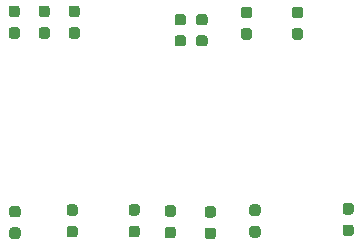
<source format=gbr>
%TF.GenerationSoftware,KiCad,Pcbnew,(5.1.9)-1*%
%TF.CreationDate,2021-02-26T14:18:11+09:00*%
%TF.ProjectId,diesel-heater-esp32,64696573-656c-42d6-9865-617465722d65,rev?*%
%TF.SameCoordinates,Original*%
%TF.FileFunction,Paste,Top*%
%TF.FilePolarity,Positive*%
%FSLAX46Y46*%
G04 Gerber Fmt 4.6, Leading zero omitted, Abs format (unit mm)*
G04 Created by KiCad (PCBNEW (5.1.9)-1) date 2021-02-26 14:18:11*
%MOMM*%
%LPD*%
G01*
G04 APERTURE LIST*
G04 APERTURE END LIST*
%TO.C,R1*%
G36*
G01*
X125922500Y-84505000D02*
X126397500Y-84505000D01*
G75*
G02*
X126635000Y-84742500I0J-237500D01*
G01*
X126635000Y-85242500D01*
G75*
G02*
X126397500Y-85480000I-237500J0D01*
G01*
X125922500Y-85480000D01*
G75*
G02*
X125685000Y-85242500I0J237500D01*
G01*
X125685000Y-84742500D01*
G75*
G02*
X125922500Y-84505000I237500J0D01*
G01*
G37*
G36*
G01*
X125922500Y-82680000D02*
X126397500Y-82680000D01*
G75*
G02*
X126635000Y-82917500I0J-237500D01*
G01*
X126635000Y-83417500D01*
G75*
G02*
X126397500Y-83655000I-237500J0D01*
G01*
X125922500Y-83655000D01*
G75*
G02*
X125685000Y-83417500I0J237500D01*
G01*
X125685000Y-82917500D01*
G75*
G02*
X125922500Y-82680000I237500J0D01*
G01*
G37*
%TD*%
%TO.C,R2*%
G36*
G01*
X128462500Y-82680000D02*
X128937500Y-82680000D01*
G75*
G02*
X129175000Y-82917500I0J-237500D01*
G01*
X129175000Y-83417500D01*
G75*
G02*
X128937500Y-83655000I-237500J0D01*
G01*
X128462500Y-83655000D01*
G75*
G02*
X128225000Y-83417500I0J237500D01*
G01*
X128225000Y-82917500D01*
G75*
G02*
X128462500Y-82680000I237500J0D01*
G01*
G37*
G36*
G01*
X128462500Y-84505000D02*
X128937500Y-84505000D01*
G75*
G02*
X129175000Y-84742500I0J-237500D01*
G01*
X129175000Y-85242500D01*
G75*
G02*
X128937500Y-85480000I-237500J0D01*
G01*
X128462500Y-85480000D01*
G75*
G02*
X128225000Y-85242500I0J237500D01*
G01*
X128225000Y-84742500D01*
G75*
G02*
X128462500Y-84505000I237500J0D01*
G01*
G37*
%TD*%
%TO.C,R3*%
G36*
G01*
X131002500Y-84505000D02*
X131477500Y-84505000D01*
G75*
G02*
X131715000Y-84742500I0J-237500D01*
G01*
X131715000Y-85242500D01*
G75*
G02*
X131477500Y-85480000I-237500J0D01*
G01*
X131002500Y-85480000D01*
G75*
G02*
X130765000Y-85242500I0J237500D01*
G01*
X130765000Y-84742500D01*
G75*
G02*
X131002500Y-84505000I237500J0D01*
G01*
G37*
G36*
G01*
X131002500Y-82680000D02*
X131477500Y-82680000D01*
G75*
G02*
X131715000Y-82917500I0J-237500D01*
G01*
X131715000Y-83417500D01*
G75*
G02*
X131477500Y-83655000I-237500J0D01*
G01*
X131002500Y-83655000D01*
G75*
G02*
X130765000Y-83417500I0J237500D01*
G01*
X130765000Y-82917500D01*
G75*
G02*
X131002500Y-82680000I237500J0D01*
G01*
G37*
%TD*%
%TO.C,R4*%
G36*
G01*
X131297500Y-102300000D02*
X130822500Y-102300000D01*
G75*
G02*
X130585000Y-102062500I0J237500D01*
G01*
X130585000Y-101562500D01*
G75*
G02*
X130822500Y-101325000I237500J0D01*
G01*
X131297500Y-101325000D01*
G75*
G02*
X131535000Y-101562500I0J-237500D01*
G01*
X131535000Y-102062500D01*
G75*
G02*
X131297500Y-102300000I-237500J0D01*
G01*
G37*
G36*
G01*
X131297500Y-100475000D02*
X130822500Y-100475000D01*
G75*
G02*
X130585000Y-100237500I0J237500D01*
G01*
X130585000Y-99737500D01*
G75*
G02*
X130822500Y-99500000I237500J0D01*
G01*
X131297500Y-99500000D01*
G75*
G02*
X131535000Y-99737500I0J-237500D01*
G01*
X131535000Y-100237500D01*
G75*
G02*
X131297500Y-100475000I-237500J0D01*
G01*
G37*
%TD*%
%TO.C,R5*%
G36*
G01*
X141555000Y-84107500D02*
X141555000Y-83632500D01*
G75*
G02*
X141792500Y-83395000I237500J0D01*
G01*
X142292500Y-83395000D01*
G75*
G02*
X142530000Y-83632500I0J-237500D01*
G01*
X142530000Y-84107500D01*
G75*
G02*
X142292500Y-84345000I-237500J0D01*
G01*
X141792500Y-84345000D01*
G75*
G02*
X141555000Y-84107500I0J237500D01*
G01*
G37*
G36*
G01*
X139730000Y-84107500D02*
X139730000Y-83632500D01*
G75*
G02*
X139967500Y-83395000I237500J0D01*
G01*
X140467500Y-83395000D01*
G75*
G02*
X140705000Y-83632500I0J-237500D01*
G01*
X140705000Y-84107500D01*
G75*
G02*
X140467500Y-84345000I-237500J0D01*
G01*
X139967500Y-84345000D01*
G75*
G02*
X139730000Y-84107500I0J237500D01*
G01*
G37*
%TD*%
%TO.C,R6*%
G36*
G01*
X142530000Y-85422500D02*
X142530000Y-85897500D01*
G75*
G02*
X142292500Y-86135000I-237500J0D01*
G01*
X141792500Y-86135000D01*
G75*
G02*
X141555000Y-85897500I0J237500D01*
G01*
X141555000Y-85422500D01*
G75*
G02*
X141792500Y-85185000I237500J0D01*
G01*
X142292500Y-85185000D01*
G75*
G02*
X142530000Y-85422500I0J-237500D01*
G01*
G37*
G36*
G01*
X140705000Y-85422500D02*
X140705000Y-85897500D01*
G75*
G02*
X140467500Y-86135000I-237500J0D01*
G01*
X139967500Y-86135000D01*
G75*
G02*
X139730000Y-85897500I0J237500D01*
G01*
X139730000Y-85422500D01*
G75*
G02*
X139967500Y-85185000I237500J0D01*
G01*
X140467500Y-85185000D01*
G75*
G02*
X140705000Y-85422500I0J-237500D01*
G01*
G37*
%TD*%
%TO.C,R7*%
G36*
G01*
X154192500Y-101215000D02*
X154667500Y-101215000D01*
G75*
G02*
X154905000Y-101452500I0J-237500D01*
G01*
X154905000Y-101952500D01*
G75*
G02*
X154667500Y-102190000I-237500J0D01*
G01*
X154192500Y-102190000D01*
G75*
G02*
X153955000Y-101952500I0J237500D01*
G01*
X153955000Y-101452500D01*
G75*
G02*
X154192500Y-101215000I237500J0D01*
G01*
G37*
G36*
G01*
X154192500Y-99390000D02*
X154667500Y-99390000D01*
G75*
G02*
X154905000Y-99627500I0J-237500D01*
G01*
X154905000Y-100127500D01*
G75*
G02*
X154667500Y-100365000I-237500J0D01*
G01*
X154192500Y-100365000D01*
G75*
G02*
X153955000Y-100127500I0J237500D01*
G01*
X153955000Y-99627500D01*
G75*
G02*
X154192500Y-99390000I237500J0D01*
G01*
G37*
%TD*%
%TO.C,R8*%
G36*
G01*
X146302500Y-101335000D02*
X146777500Y-101335000D01*
G75*
G02*
X147015000Y-101572500I0J-237500D01*
G01*
X147015000Y-102072500D01*
G75*
G02*
X146777500Y-102310000I-237500J0D01*
G01*
X146302500Y-102310000D01*
G75*
G02*
X146065000Y-102072500I0J237500D01*
G01*
X146065000Y-101572500D01*
G75*
G02*
X146302500Y-101335000I237500J0D01*
G01*
G37*
G36*
G01*
X146302500Y-99510000D02*
X146777500Y-99510000D01*
G75*
G02*
X147015000Y-99747500I0J-237500D01*
G01*
X147015000Y-100247500D01*
G75*
G02*
X146777500Y-100485000I-237500J0D01*
G01*
X146302500Y-100485000D01*
G75*
G02*
X146065000Y-100247500I0J237500D01*
G01*
X146065000Y-99747500D01*
G75*
G02*
X146302500Y-99510000I237500J0D01*
G01*
G37*
%TD*%
%TO.C,R9*%
G36*
G01*
X145582500Y-82760000D02*
X146057500Y-82760000D01*
G75*
G02*
X146295000Y-82997500I0J-237500D01*
G01*
X146295000Y-83497500D01*
G75*
G02*
X146057500Y-83735000I-237500J0D01*
G01*
X145582500Y-83735000D01*
G75*
G02*
X145345000Y-83497500I0J237500D01*
G01*
X145345000Y-82997500D01*
G75*
G02*
X145582500Y-82760000I237500J0D01*
G01*
G37*
G36*
G01*
X145582500Y-84585000D02*
X146057500Y-84585000D01*
G75*
G02*
X146295000Y-84822500I0J-237500D01*
G01*
X146295000Y-85322500D01*
G75*
G02*
X146057500Y-85560000I-237500J0D01*
G01*
X145582500Y-85560000D01*
G75*
G02*
X145345000Y-85322500I0J237500D01*
G01*
X145345000Y-84822500D01*
G75*
G02*
X145582500Y-84585000I237500J0D01*
G01*
G37*
%TD*%
%TO.C,R10*%
G36*
G01*
X149902500Y-84585000D02*
X150377500Y-84585000D01*
G75*
G02*
X150615000Y-84822500I0J-237500D01*
G01*
X150615000Y-85322500D01*
G75*
G02*
X150377500Y-85560000I-237500J0D01*
G01*
X149902500Y-85560000D01*
G75*
G02*
X149665000Y-85322500I0J237500D01*
G01*
X149665000Y-84822500D01*
G75*
G02*
X149902500Y-84585000I237500J0D01*
G01*
G37*
G36*
G01*
X149902500Y-82760000D02*
X150377500Y-82760000D01*
G75*
G02*
X150615000Y-82997500I0J-237500D01*
G01*
X150615000Y-83497500D01*
G75*
G02*
X150377500Y-83735000I-237500J0D01*
G01*
X149902500Y-83735000D01*
G75*
G02*
X149665000Y-83497500I0J237500D01*
G01*
X149665000Y-82997500D01*
G75*
G02*
X149902500Y-82760000I237500J0D01*
G01*
G37*
%TD*%
%TO.C,R11*%
G36*
G01*
X142997500Y-102450000D02*
X142522500Y-102450000D01*
G75*
G02*
X142285000Y-102212500I0J237500D01*
G01*
X142285000Y-101712500D01*
G75*
G02*
X142522500Y-101475000I237500J0D01*
G01*
X142997500Y-101475000D01*
G75*
G02*
X143235000Y-101712500I0J-237500D01*
G01*
X143235000Y-102212500D01*
G75*
G02*
X142997500Y-102450000I-237500J0D01*
G01*
G37*
G36*
G01*
X142997500Y-100625000D02*
X142522500Y-100625000D01*
G75*
G02*
X142285000Y-100387500I0J237500D01*
G01*
X142285000Y-99887500D01*
G75*
G02*
X142522500Y-99650000I237500J0D01*
G01*
X142997500Y-99650000D01*
G75*
G02*
X143235000Y-99887500I0J-237500D01*
G01*
X143235000Y-100387500D01*
G75*
G02*
X142997500Y-100625000I-237500J0D01*
G01*
G37*
%TD*%
%TO.C,R12*%
G36*
G01*
X136547500Y-102290000D02*
X136072500Y-102290000D01*
G75*
G02*
X135835000Y-102052500I0J237500D01*
G01*
X135835000Y-101552500D01*
G75*
G02*
X136072500Y-101315000I237500J0D01*
G01*
X136547500Y-101315000D01*
G75*
G02*
X136785000Y-101552500I0J-237500D01*
G01*
X136785000Y-102052500D01*
G75*
G02*
X136547500Y-102290000I-237500J0D01*
G01*
G37*
G36*
G01*
X136547500Y-100465000D02*
X136072500Y-100465000D01*
G75*
G02*
X135835000Y-100227500I0J237500D01*
G01*
X135835000Y-99727500D01*
G75*
G02*
X136072500Y-99490000I237500J0D01*
G01*
X136547500Y-99490000D01*
G75*
G02*
X136785000Y-99727500I0J-237500D01*
G01*
X136785000Y-100227500D01*
G75*
G02*
X136547500Y-100465000I-237500J0D01*
G01*
G37*
%TD*%
%TO.C,R13*%
G36*
G01*
X139607500Y-102380000D02*
X139132500Y-102380000D01*
G75*
G02*
X138895000Y-102142500I0J237500D01*
G01*
X138895000Y-101642500D01*
G75*
G02*
X139132500Y-101405000I237500J0D01*
G01*
X139607500Y-101405000D01*
G75*
G02*
X139845000Y-101642500I0J-237500D01*
G01*
X139845000Y-102142500D01*
G75*
G02*
X139607500Y-102380000I-237500J0D01*
G01*
G37*
G36*
G01*
X139607500Y-100555000D02*
X139132500Y-100555000D01*
G75*
G02*
X138895000Y-100317500I0J237500D01*
G01*
X138895000Y-99817500D01*
G75*
G02*
X139132500Y-99580000I237500J0D01*
G01*
X139607500Y-99580000D01*
G75*
G02*
X139845000Y-99817500I0J-237500D01*
G01*
X139845000Y-100317500D01*
G75*
G02*
X139607500Y-100555000I-237500J0D01*
G01*
G37*
%TD*%
%TO.C,R14*%
G36*
G01*
X126457500Y-100605000D02*
X125982500Y-100605000D01*
G75*
G02*
X125745000Y-100367500I0J237500D01*
G01*
X125745000Y-99867500D01*
G75*
G02*
X125982500Y-99630000I237500J0D01*
G01*
X126457500Y-99630000D01*
G75*
G02*
X126695000Y-99867500I0J-237500D01*
G01*
X126695000Y-100367500D01*
G75*
G02*
X126457500Y-100605000I-237500J0D01*
G01*
G37*
G36*
G01*
X126457500Y-102430000D02*
X125982500Y-102430000D01*
G75*
G02*
X125745000Y-102192500I0J237500D01*
G01*
X125745000Y-101692500D01*
G75*
G02*
X125982500Y-101455000I237500J0D01*
G01*
X126457500Y-101455000D01*
G75*
G02*
X126695000Y-101692500I0J-237500D01*
G01*
X126695000Y-102192500D01*
G75*
G02*
X126457500Y-102430000I-237500J0D01*
G01*
G37*
%TD*%
M02*

</source>
